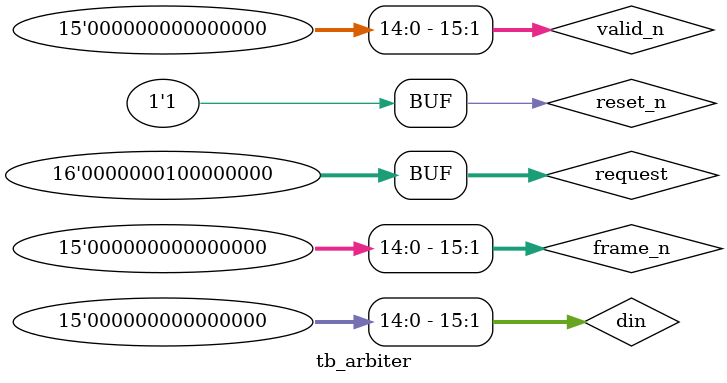
<source format=sv>
`timescale 1ns / 1ps


module tb_arbiter(

    );
    reg          reset_n;
    reg [15:0]    request;
    
    wire [15:0] grant;
    wire        busy;
    reg [15:0] frame_n,valid_n,din;
    arbiter_router DUT(.reset_n(reset_n),.request(request),.grant(grant),.busy(busy));
    enable_data   DUT0(.grant(grant),.frame_n(frame_n),.valid_n(valid_n),.din(din));
    initial begin
        reset_n=0;
        #30 reset_n=1;
        #20 request=16'hfff0;
        #30 request=16'hfff5;
        #40 request=16'hff01;
        #30 request=16'h0100;
    end
    always #10 begin
//            request=$random;
            frame_n=$random;
            valid_n=$random;
            din=$random;
    end
endmodule

</source>
